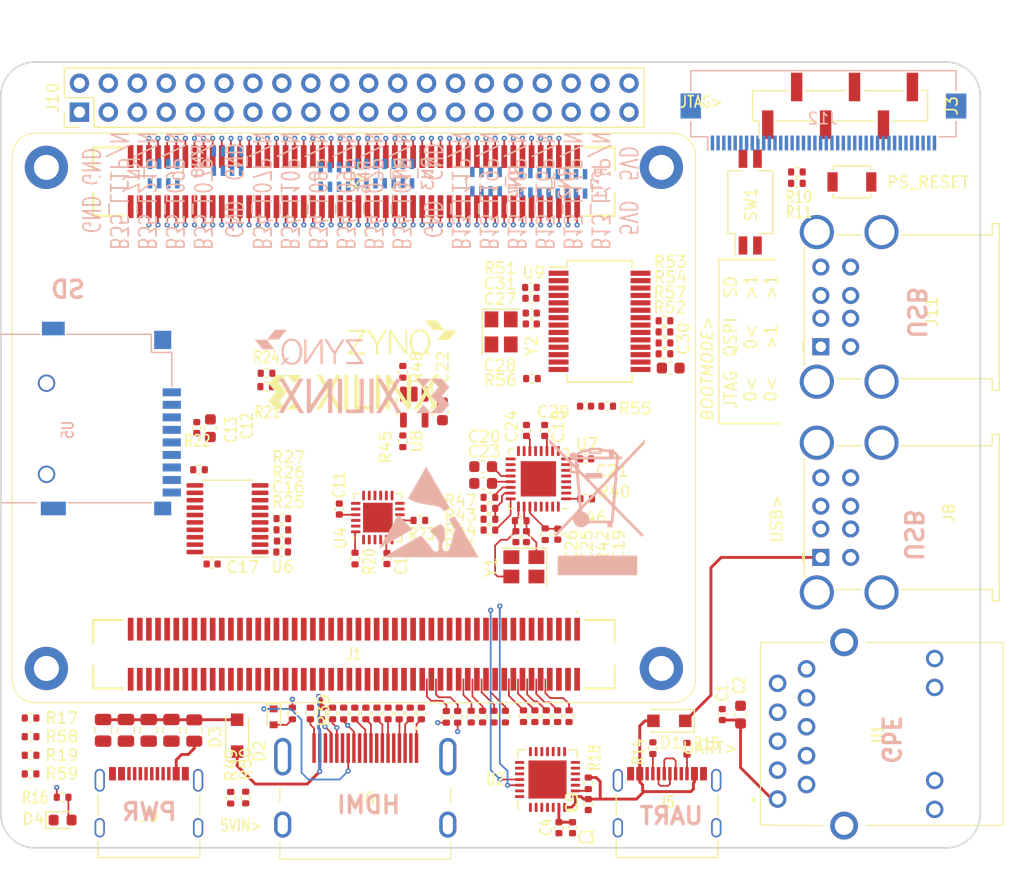
<source format=kicad_pcb>
(kicad_pcb (version 20211014) (generator pcbnew)
  (layers (0 "F.Cu" signal) (1 "In1.Cu" signal) (2 "In2.Cu" signal) (31 "B.Cu" signal) (34 "B.Paste" user) (35 "F.Paste" user) (36 "B.SilkS" user "B.Silkscreen") (37 "F.SilkS" user "F.Silkscreen") (38 "B.Mask" user) (39 "F.Mask" user) (44 "Edge.Cuts" user))
  (net 0 "")
  (net 1 "/VDD1V8D")
  (net 2 "/VDD3V3D")
  (net 3 "GND")
  (net 4 "/B35_L10P")
  (net 5 "/B35_L18P")
  (net 6 "/B35_L10N")
  (net 7 "/B35_L18N")
  (net 8 "/B35_L14P")
  (net 9 "/B35_L15P")
  (net 10 "/B35_L14N")
  (net 11 "/B35_L15N")
  (net 12 "/B35_L16P")
  (net 13 "/B35_L4P")
  (net 14 "/B35_L16N")
  (net 15 "/B35_L4N")
  (net 16 "/B35_L5P")
  (net 17 "/B35_L1P")
  (net 18 "/B35_L5N")
  (net 19 "/B35_L1N")
  (net 20 "/B35_L3P")
  (net 21 "/B35_L2P")
  (net 22 "/B35_L3N")
  (net 23 "/B35_L2N")
  (net 24 "/B35_L20P")
  (net 25 "/B35_L24P")
  (net 26 "/B35_L20N")
  (net 27 "/B35_L24N")
  (net 28 "/B35_L19P")
  (net 29 "/B35_L13P")
  (net 30 "/B35_L19N")
  (net 31 "/B35_L13N")
  (net 32 "/B35_IO25")
  (net 33 "/B35_L6P")
  (net 34 "/B35_IO0")
  (net 35 "/B35_L6N")
  (net 36 "/B1MIO45")
  (net 37 "/PHY0_P")
  (net 38 "/B1MIO44")
  (net 39 "/PHY0_N")
  (net 40 "/B1MIO43")
  (net 41 "/B1MIO42")
  (net 42 "/PHY1_P")
  (net 43 "/B1MIO41")
  (net 44 "/PHY1_N")
  (net 45 "/B1MIO40")
  (net 46 "/B1MIO39")
  (net 47 "/PHY2_P")
  (net 48 "/B1MIO38")
  (net 49 "/PHY2_N")
  (net 50 "/B1MIO37")
  (net 51 "/B1MIO36")
  (net 52 "/PHY3_P")
  (net 53 "/B1MIO35")
  (net 54 "/PHY3_N")
  (net 55 "/B1MIO34")
  (net 56 "/B1MIO33")
  (net 57 "/PHY_LED1")
  (net 58 "/B1MIO32")
  (net 59 "/PHY_LED0")
  (net 60 "/B1MIO31")
  (net 61 "/B1MIO30")
  (net 62 "/PS_POR_B")
  (net 63 "/B1MIO29")
  (net 64 "/FPGA_TDI")
  (net 65 "/B1MIO28")
  (net 66 "/FPGA_TCK")
  (net 67 "/FPGA_TMS")
  (net 68 "/B0MIO15")
  (net 69 "/FPGA_TDO")
  (net 70 "/B0MIO14")
  (net 71 "/B0MIO13")
  (net 72 "/B0MIO02")
  (net 73 "/B0MIO12")
  (net 74 "/B0MIO03")
  (net 75 "/B0MIO11")
  (net 76 "/B0MIO04")
  (net 77 "/B0MIO10")
  (net 78 "/B0MIO05")
  (net 79 "/B0MIO09")
  (net 80 "/B0MIO06")
  (net 81 "/VDD5VD")
  (net 82 "/B35_L22P")
  (net 83 "/B35_L22N")
  (net 84 "/B35_L11P")
  (net 85 "/B35_L17P")
  (net 86 "/B35_L11N")
  (net 87 "/B35_L17N")
  (net 88 "/B35_L21P")
  (net 89 "/B35_L23P")
  (net 90 "/B35_L21N")
  (net 91 "/B35_L23N")
  (net 92 "/B35_L9P")
  (net 93 "/B35_L12P")
  (net 94 "/B35_L9N")
  (net 95 "/B35_L12N")
  (net 96 "/B35_L7P")
  (net 97 "/B35_L8P")
  (net 98 "/B35_L7N")
  (net 99 "/B35_L8N")
  (net 100 "/B34_L12N")
  (net 101 "/B34_L14P")
  (net 102 "/B34_IO25")
  (net 103 "/B34_L14N")
  (net 104 "/B34_L15P")
  (net 105 "/B34_L13P")
  (net 106 "/B34_L15N")
  (net 107 "/B34_L13N")
  (net 108 "/B34_L24P")
  (net 109 "/B34_L23P")
  (net 110 "/B34_L24N")
  (net 111 "/B34_L23N")
  (net 112 "/B34_L19P")
  (net 113 "/B34_L6P")
  (net 114 "/B34_L19N")
  (net 115 "/B34_L6N")
  (net 116 "/B34_L16P")
  (net 117 "/B34_L20P")
  (net 118 "/B34_L16N")
  (net 119 "/B34_L20N")
  (net 120 "/B34_L17P")
  (net 121 "/B34_L22P")
  (net 122 "/B34_L17N")
  (net 123 "/B34_L22N")
  (net 124 "/B34_L7P")
  (net 125 "/B34_L18P")
  (net 126 "/B34_L7N")
  (net 127 "/B34_L18N")
  (net 128 "/B34_L10P")
  (net 129 "/B34_L21P")
  (net 130 "/B34_L10N")
  (net 131 "/B34_L21N")
  (net 132 "/B34_L8P")
  (net 133 "/B34_L11P")
  (net 134 "/B34_L8N")
  (net 135 "/B34_L11N")
  (net 136 "/B34_L9P")
  (net 137 "/B34_L5P")
  (net 138 "/B34_L9N")
  (net 139 "/B34_L5N")
  (net 140 "/B34_L2P")
  (net 141 "/B34_L3P")
  (net 142 "/B34_L2N")
  (net 143 "/B34_L3N")
  (net 144 "/B34_L1P")
  (net 145 "/B34_L4P")
  (net 146 "/B34_L1N")
  (net 147 "/B34_L4N")
  (net 148 "/B13_L11P")
  (net 149 "/B13_L12P")
  (net 150 "/B13_L11N")
  (net 151 "/B13_L12N")
  (net 152 "/B13_L19P")
  (net 153 "/B13_L20P")
  (net 154 "/B13_L19N")
  (net 155 "/B13_L20N")
  (net 156 "/B13_L18P")
  (net 157 "/B13_L21P")
  (net 158 "/B13_L18N")
  (net 159 "/B13_L21N")
  (net 160 "/B13_L16P")
  (net 161 "/B13_L17P")
  (net 162 "/B13_L16N")
  (net 163 "/B13_L17N")
  (net 164 "/B13_L14P")
  (net 165 "/B13_L15P")
  (net 166 "/B13_L14N")
  (net 167 "/B13_L15N")
  (net 168 "/B13_L13P")
  (net 169 "/B13_L22P")
  (net 170 "/B13_L13N")
  (net 171 "/B13_L22N")
  (net 172 "/B13_L06N")
  (net 173 "Net-(C1-Pad1)")
  (net 174 "Net-(J10-Pad38)")
  (net 175 "/usb_to_uart/VCC3V")
  (net 176 "Net-(R10-Pad1)")
  (net 177 "Net-(R11-Pad1)")
  (net 178 "Net-(C3-Pad1)")
  (net 179 "/usb_to_uart/ZCC1")
  (net 180 "/usb_to_uart/ZCC2")
  (net 181 "Net-(J5-PadA6)")
  (net 182 "Net-(J5-PadA7)")
  (net 184 "Net-(R1-Pad1)")
  (net 205 "Net-(R2-Pad1)")
  (net 206 "Net-(R20-Pad2)")
  (net 207 "Net-(R22-Pad2)")
  (net 208 "Net-(R23-Pad2)")
  (net 209 "/sd/CMD")
  (net 216 "Net-(U4-Pad16)")
  (net 217 "Net-(U4-Pad18)")
  (net 218 "/sd/CLK")
  (net 219 "Net-(U4-Pad22)")
  (net 220 "Net-(U4-Pad23)")
  (net 221 "Net-(D2-Pad2)")
  (net 222 "/hdmi/HDMI5VD")
  (net 223 "/hdmi/HDMI_SCL_E")
  (net 225 "/hdmi/HDMI_SDA_E")
  (net 226 "/hdmi/HDMI_HPD_E")
  (net 227 "Net-(C20-Pad1)")
  (net 228 "Net-(C25-Pad1)")
  (net 229 "Net-(C26-Pad1)")
  (net 230 "Net-(C27-Pad1)")
  (net 231 "Net-(C28-Pad1)")
  (net 232 "Net-(C29-Pad2)")
  (net 233 "/usb/HUB3V3")
  (net 234 "/usb/USB5VIN")
  (net 235 "/usb/S_DM")
  (net 236 "/usb/S_DP")
  (net 237 "/usb/USB_DM")
  (net 238 "/usb/USB_DP")
  (net 239 "/usb/H_DM")
  (net 240 "/usb/H_DP")
  (net 241 "/usb/H_DM1")
  (net 242 "/usb/H_DP1")
  (net 243 "Net-(J9-PadA5)")
  (net 245 "Net-(J9-PadB5)")
  (net 257 "/usb/H_DM3")
  (net 258 "/usb/H_DP3")
  (net 259 "/usb/H_DM2")
  (net 260 "/usb/H_DP2")
  (net 261 "/usb/H_DM4")
  (net 262 "/usb/H_DP4")
  (net 263 "Net-(R40-Pad2)")
  (net 264 "Net-(R41-Pad2)")
  (net 265 "/usb/USB_ID")
  (net 266 "/usb/VBUS_EN")
  (net 267 "/usb/USB_VBUS")
  (net 271 "Net-(D4-Pad2)")
  (net 272 "Net-(J3-Pad2)")
  (net 273 "Net-(J3-Pad3)")
  (net 274 "Net-(J3-Pad4)")
  (net 275 "Net-(J3-Pad5)")
  (net 276 "/USB_5V")
  (net 321 "Net-(R57-Pad1)")
  (net 322 "Net-(R53-Pad2)")
  (net 323 "Net-(R52-Pad2)")
  (net 324 "Net-(R51-Pad2)")
  (net 325 "Net-(R48-Pad1)")
  (net 326 "Net-(R18-Pad1)")
  (net 327 "Net-(J10-Pad37)")
  (net 328 "Net-(J10-Pad36)")
  (net 329 "Net-(J10-Pad35)")
  (net 330 "Net-(J10-Pad34)")
  (net 331 "Net-(J10-Pad33)")
  (net 332 "Net-(J10-Pad32)")
  (net 333 "Net-(J10-Pad31)")
  (net 334 "Net-(J10-Pad30)")
  (net 335 "Net-(J10-Pad29)")
  (net 336 "Net-(J10-Pad28)")
  (net 337 "Net-(J10-Pad27)")
  (net 338 "Net-(J10-Pad24)")
  (net 339 "Net-(J10-Pad23)")
  (net 340 "Net-(J10-Pad22)")
  (net 341 "Net-(J10-Pad21)")
  (net 342 "Net-(J10-Pad20)")
  (net 343 "Net-(J10-Pad19)")
  (net 344 "Net-(J10-Pad18)")
  (net 345 "Net-(J10-Pad17)")
  (net 346 "Net-(J10-Pad16)")
  (net 347 "Net-(J10-Pad15)")
  (net 348 "Net-(J10-Pad14)")
  (net 349 "Net-(J10-Pad13)")
  (net 350 "Net-(J10-Pad10)")
  (net 351 "Net-(J10-Pad9)")
  (net 352 "Net-(J10-Pad8)")
  (net 353 "Net-(J10-Pad7)")
  (net 354 "Net-(J10-Pad6)")
  (net 355 "Net-(J10-Pad5)")
  (net 356 "Net-(J10-Pad4)")
  (net 357 "Net-(J10-Pad3)")
  (footprint "Resistor_SMD:R_0402_1005Metric" (layer "F.Cu") (at 109.11 108.5 90)
    (fp_text reference "R1" hide)
    (fp_text value "330R")
  )
  (footprint "Resistor_SMD:R_0402_1005Metric" (layer "F.Cu") (at 100.1 108.2 -90)
    (fp_text reference "R38" hide)
    (fp_text value "49.9R")
  )
  (footprint "Resistor_SMD:R_0402_1005Metric" (layer "F.Cu") (at 90.18 115.6 90)
    (fp_text reference "R49")
    (fp_text value "5.1K")
  )
  (footprint "Resistor_SMD:R_0402_1005Metric" (layer "F.Cu") (at 112.3 108.48 90)
    (fp_text reference "R7" hide)
    (fp_text value "33R")
  )
  (footprint "Resistor_SMD:R_0402_1005Metric" (layer "F.Cu") (at 123.24 81.22 180)
    (fp_text reference "R55")
    (fp_text value "10K")
  )
  (footprint "Capacitor_SMD:C_0402_1005Metric" (layer "F.Cu") (at 116.545 71.745)
    (fp_text reference "C31")
    (fp_text value "104")
  )
  (footprint "Diode_SMD:D_SOD-123F" (layer "F.Cu") (at 128.7 108.85 180)
    (fp_text reference "D1")
    (fp_text value "SS34")
  )
  (footprint "Resistor_SMD:R_0402_1005Metric" (layer "F.Cu") (at 101.075 108.2 -90)
    (fp_text reference "R37" hide)
    (fp_text value "49.9R")
  )
  (footprint "MountingHole:MountingHole_2.2mm_M2_DIN965_Pad" (layer "F.Cu") (at 128 104.25 180)
    (fp_text reference "H3" hide)
    (fp_text value "M2_Pad")
  )
  (footprint "zynq7000_mb:USB_C_Receptacle_Palconn_UTC16-G" (layer "F.Cu") (at 128.5 116)
    (fp_text reference "J5")
    (fp_text value "USB_C_Receptacle_USB2.0")
  )
  (footprint "Resistor_SMD:R_0402_1005Metric" (layer "F.Cu") (at 111.3 108.48 90)
    (fp_text reference "R9" hide)
    (fp_text value "33R")
  )
  (footprint "Capacitor_SMD:C_0603_1608Metric" (layer "F.Cu") (at 112.35 88 180)
    (fp_text reference "C23")
    (fp_text value "475")
  )
  (footprint "Resistor_SMD:R_0402_1005Metric" (layer "F.Cu") (at 128.27 74.695 180)
    (fp_text reference "R54")
    (fp_text value "20K")
  )
  (footprint "Resistor_SMD:R_0402_1005Metric" (layer "F.Cu") (at 119.89 108.44 -90)
    (fp_text reference "R3" hide)
    (fp_text value "20K")
  )
  (footprint "Resistor_SMD:R_0402_1005Metric" (layer "F.Cu") (at 116.89 108.44 -90)
    (fp_text reference "R5" hide)
    (fp_text value "20K")
  )
  (footprint "Resistor_SMD:R_0402_1005Metric" (layer "F.Cu") (at 116.635 78.795)
    (fp_text reference "R56")
    (fp_text value "47K")
  )
  (footprint "Package_DFN_QFN:QFN-24-1EP_4x4mm_P0.5mm_EP2.6x2.6mm" (layer "F.Cu") (at 103.1 91 90)
    (fp_text reference "U4")
    (fp_text value "TXS02612RTWR")
  )
  (footprint "Resistor_SMD:R_0402_1005Metric" (layer "F.Cu") (at 121.4 89.35 180)
    (fp_text reference "R40")
    (fp_text value "33R")
  )
  (footprint "Resistor_SMD:R_0402_1005Metric" (layer "F.Cu") (at 139.9 60.65 180)
    (fp_text reference "R10")
    (fp_text value "10K")
  )
  (footprint "Package_SO:SSOP-28_5.3x10.2mm_P0.65mm" (layer "F.Cu") (at 122.57 73.77)
    (fp_text reference "U9")
    (fp_text value "GL850G")
  )
  (footprint "Capacitor_SMD:C_0402_1005Metric" (layer "F.Cu") (at 121.58 116.2 -90)
    (fp_text reference "C3")
    (fp_text value "104")
  )
  (footprint "Resistor_SMD:R_0402_1005Metric" (layer "F.Cu") (at 115.89 108.44 -90)
    (fp_text reference "R4" hide)
    (fp_text value "20K")
  )
  (footprint "Package_DFN_QFN:QFN-28-1EP_5x5mm_P0.5mm_EP3.35x3.35mm" (layer "F.Cu") (at 118 114 90)
    (fp_text reference "U2")
    (fp_text value "CP2102N-A01-GQFN28")
  )
  (footprint "Capacitor_SMD:C_0603_1608Metric" (layer "F.Cu") (at 108.775 81.675 -90)
    (fp_text reference "C22")
    (fp_text value "106")
  )
  (footprint "Resistor_SMD:R_0402_1005Metric" (layer "F.Cu") (at 117.89 108.44 90)
    (fp_text reference "R12" hide)
    (fp_text value "20K")
  )
  (footprint "Connector_PinHeader_2.54mm:PinHeader_2x20_P2.54mm_Vertical" (layer "F.Cu") (at 76.9 55.4 90)
    (fp_text reference "J10")
    (fp_text value "Conn_02x20_Odd_Even")
  )
  (footprint "Resistor_SMD:R_0402_1005Metric" (layer "F.Cu") (at 104 108.2 -90)
    (fp_text reference "R34" hide)
    (fp_text value "49.9R")
  )
  (footprint "Capacitor_SMD:C_0402_1005Metric" (layer "F.Cu") (at 116.575 73.995 180)
    (fp_text reference "C28")
    (fp_text value "18pF")
  )
  (footprint "MountingHole:MountingHole_2.2mm_M2_DIN965_Pad" (layer "F.Cu") (at 74 60.25 180)
    (fp_text reference "H2" hide)
    (fp_text value "M2_Pad")
  )
  (footprint "Resistor_SMD:R_0402_1005Metric" (layer "F.Cu") (at 128.27 75.67)
    (fp_text reference "R57")
    (fp_text value "100K")
  )
  (footprint "Resistor_SMD:R_0402_1005Metric" (layer "F.Cu") (at 112.9 89.225)
    (fp_text reference "R47")
    (fp_text value "1K")
  )
  (footprint "Resistor_SMD:R_0402_1005Metric" (layer "F.Cu") (at 103.025 108.2 -90)
    (fp_text reference "R35" hide)
    (fp_text value "49.9R")
  )
  (footprint "Crystal:Crystal_SMD_3225-4Pin_3.2x2.5mm" (layer "F.Cu") (at 113.925 74.695 -90)
    (fp_text reference "Y2")
    (fp_text value "12Mhz")
  )
  (footprint "Resistor_SMD:R_0402_1005Metric" (layer "F.Cu") (at 97.175 108.2 -90)
    (fp_text reference "R30" hide)
    (fp_text value "100K")
  )
  (footprint "Resistor_SMD:R_0402_1005Metric" (layer "F.Cu") (at 112.9 91.15 180)
    (fp_text reference "R44")
    (fp_text value "10K")
  )
  (footprint "Capacitor_SMD:C_0603_1608Metric" (layer "F.Cu") (at 128.82 77.87)
    (fp_text reference "C30")
    (fp_text value "106")
  )
  (footprint "Resistor_SMD:R_0402_1005Metric" (layer "F.Cu") (at 94.7 94.025)
    (fp_text reference "R25")
    (fp_text value "2.2K")
  )
  (footprint "Resistor_SMD:R_0402_1005Metric" (layer "F.Cu") (at 99.125 108.2 -90)
    (fp_text reference "R28" hide)
    (fp_text value "2.2K")
  )
  (footprint "Resistor_SMD:R_0402_1005Metric" (layer "F.Cu") (at 102.05 108.2 -90)
    (fp_text reference "R36" hide)
    (fp_text value "49.9R")
  )
  (footprint "Capacitor_SMD:C_0402_1005Metric" (layer "F.Cu") (at 117.75 83.35 90)
    (fp_text reference "C18")
    (fp_text value "104")
  )
  (footprint "Capacitor_SMD:C_0402_1005Metric" (layer "F.Cu") (at 115.225 92.675 -90)
    (fp_text reference "C26")
    (fp_text value "18pF")
  )
  (footprint "Capacitor_SMD:C_0603_1608Metric" (layer "F.Cu") (at 88.4 83.15 -90)
    (fp_text reference "C12")
    (fp_text value "106")
  )
  (footprint "Resistor_SMD:R_0402_1005Metric" (layer "F.Cu") (at 105.95 108.2 -90)
    (fp_text reference "R32" hide)
    (fp_text value "49.9R")
  )
  (footprint "Capacitor_SMD:C_0402_1005Metric" (layer "F.Cu") (at 94.73 93.06)
    (fp_text reference "C16")
    (fp_text value "104")
  )
  (footprint "MountingHole:MountingHole_2.2mm_M2_DIN965_Pad" (layer "F.Cu") (at 74 104.25 180)
    (fp_text reference "H4" hide)
    (fp_text value "M2_Pad")
  )
  (footprint "zynq7000_mb:51779844" (layer "F.Cu") (at 101 61.5 180)
    (fp_text reference "J2")
    (fp_text value "Conn_02x50_Odd_Even" hide)
  )
  (footprint "Diode_SMD:D_SOD-123F" (layer "F.Cu") (at 90.75 110.15 90)
    (fp_text reference "D3")
    (fp_text value "SS34")
  )
  (footprint "Resistor_SMD:R_0402_1005Metric" (layer "F.Cu") (at 75.4225 115.56 180)
    (fp_text reference "R16")
    (fp_text value "4.7K")
  )
  (footprint "Crystal:Crystal_SMD_3225-4Pin_3.2x2.5mm" (layer "F.Cu") (at 115.925 95.325 180)
    (fp_text reference "Y1")
    (fp_text value "24Mhz")
  )
  (footprint "Capacitor_SMD:C_0402_1005Metric" (layer "F.Cu") (at 133.35 108.3 90)
    (fp_text reference "C1")
    (fp_text value "104")
  )
  (footprint "Capacitor_SMD:C_0402_1005Metric" (layer "F.Cu") (at 121.34 81.22)
    (fp_text reference "C29")
    (fp_text value "104")
  )
  (footprint "Resistor_SMD:R_0402_1005Metric" (layer "F.Cu") (at 114.3 108.48 90)
    (fp_text reference "R8" hide)
    (fp_text value "33R")
  )
  (footprint "Resistor_SMD:R_0402_1005Metric" (layer "F.Cu") (at 98.15 108.2 -90)
    (fp_text reference "R29" hide)
    (fp_text value "2.2K")
  )
  (footprint "zynq7000_mb:51779844" (layer "F.Cu") (at 101 103 180)
    (fp_text reference "J1")
    (fp_text value "Conn_02x50_Odd_Even" hide)
  )
  (footprint "Button_Switch_SMD:SW_SPST_B3U-1000P" (layer "F.Cu") (at 144.73 61.53 180)
    (fp_text reference "SW2" hide)
    (fp_text value "SW_DIP_x01")
  )
  (footprint "Capacitor_SMD:C_0805_2012Metric" (layer "F.Cu") (at 78.98 109.68 -90)
    (fp_text reference "C7" hide)
    (fp_text value "106")
  )
  (footprint "Package_TO_SOT_SMD:SOT-23-5" (layer "F.Cu") (at 106.3 81.3 -90)
    (fp_text reference "U8")
    (fp_text value "TPS2051BDBV")
  )
  (footprint "Capacitor_SMD:C_0402_1005Metric" (layer "F.Cu") (at 88.55 95.075 180)
    (fp_text reference "C17")
    (fp_text value "104")
  )
  (footprint "Resistor_SMD:R_0402_1005Metric" (layer "F.Cu") (at 130.25 111.3 -90)
    (fp_text reference "R15")
    (fp_text value "5.1K")
  )
  (footprint "Button_Switch_SMD:SW_DIP_SPSTx02_Slide_Copal_CHS-02B_W7.62mm_P1.27mm" (layer "F.Cu") (at 135.8 63.3 90)
    (property "Reference" "SW5")
    (property "Value" "SW_DIP_x02")
    (fp_text reference "SW1")
    (fp_text value "SW_DIP_x02")
  )
  (footprint "Capacitor_SMD:C_0402_1005Metric" (layer "F.Cu") (at 116.15 83.35 90)
    (fp_text reference "C24")
    (fp_text value "104")
  )
  (footprint "Resistor_SMD:R_0402_1005Metric" (layer "F.Cu") (at 128.27 73.72 180)
    (fp_text reference "R53")
    (fp_text value "10K")
  )
  (footprint "Capacitor_SMD:C_0603_1608Metric" (layer "F.Cu") (at 134.95 108.3 90)
    (fp_text reference "C2")
    (fp_text value "106")
  )
  (footprint "Capacitor_SMD:C_0402_1005Metric" (layer "F.Cu") (at 116.15 92.675 -90)
    (fp_text reference "C25")
    (fp_text value "18pF")
  )
  (footprint "zynq7000_mb:HR911130A" (layer "F.Cu") (at 147 110 -90)
    (fp_text reference "U1")
    (fp_text value "HR911130A" hide)
  )
  (footprint "Resistor_SMD:R_0402_1005Metric" (layer "F.Cu") (at 95.6 108.2 -90)
    (fp_text reference "R39")
    (fp_text value "27K")
  )
  (footprint "Capacitor_SMD:C_0402_1005Metric" (layer "F.Cu") (at 99.72 90.25 -90)
    (fp_text reference "C11")
    (fp_text value "104")
  )
  (footprint "Capacitor_SMD:C_0402_1005Metric" (layer "F.Cu") (at 119 118.23 -90)
    (fp_text reference "C4")
    (fp_text value "104")
  )
  (footprint "Resistor_SMD:R_0402_1005Metric" (layer "F.Cu") (at 121.58 114.335 90)
    (fp_text reference "R18")
    (fp_text value "4.7K")
  )
  (footprint "zynq7000_mb:LOGO_Z" (layer "F.Cu") (at 105.25 76.05)
    (fp_text reference "SYME5" hide)
    (fp_text value "SYM_Arrow45_Large" hide)
  )
  (footprint "Capacitor_SMD:C_0402_1005Metric" (layer "F.Cu") (at 103.9 94.6 90)
    (fp_text reference "C10")
    (fp_text value "104")
  )
  (footprint "Resistor_SMD:R_0402_1005Metric" (layer "F.Cu") (at 112.9 90.19 180)
    (fp_text reference "R43")
    (fp_text value "1K")
  )
  (footprint "Resistor_SMD:R_0402_1005Metric" (layer "F.Cu") (at 116.545 70.795)
    (fp_text reference "R51")
    (fp_text value "680R")
  )
  (footprint "Package_DFN_QFN:QFN-32-1EP_5x5mm_P0.5mm_EP3.1x3.1mm" (layer "F.Cu") (at 117.2 87.6 180)
    (fp_text reference "U7")
    (fp_text value "USB3320")
  )
  (footprint "Diode_SMD:D_SOD-523" (layer "F.Cu") (at 93.95 108.5 -90)
    (fp_text reference "D2")
    (fp_text value "BAS16XV2T1G")
  )
  (footprint "Resistor_SMD:R_0402_1005Metric" (layer "F.Cu") (at 106.925 108.2 -90)
    (fp_text reference "R31" hide)
    (fp_text value "49.9R")
  )
  (footprint "Resistor_SMD:R_0402_1005Metric" (layer "F.Cu") (at 93.33 78.3275)
    (fp_text reference "R24")
    (fp_text value "4.7K")
  )
  (footprint "Resistor_SMD:R_0402_1005Metric" (layer "F.Cu") (at 115.65 91.275)
    (fp_text reference "R46")
    (fp_text value "1M")
  )
  (footprint "Resistor_SMD:R_0402_1005Metric" (layer "F.Cu") (at 91.5 115.58 90)
    (fp_text reference "R50")
    (fp_text value "5.1K")
  )
  (footprint "Fuse:Fuse_0805_2012Metric" (layer "F.Cu") (at 86.98 109.7 90)
    (property "Reference" "F1")
    (property "Value" "Fuse_Small")
    (fp_text reference "F1" hide)
    (fp_text value "Fuse_Small")
  )
  (footprint "Resistor_SMD:R_0402_1005Metric" (layer "F.Cu") (at 93.3 79.5)
    (fp_text reference "R21")
    (fp_text value "10K")
  )
  (footprint "Capacitor_SMD:C_0402_1005Metric" (layer "F.Cu") (at 116.575 73.045 180)
    (fp_text reference "C27")
    (fp_text value "18pF")
  )
  (footprint "Connector_PinHeader_2.54mm:PinHeader_1x06_P2.54mm_Vertical_SMD_Pin1Left" (layer "F.Cu") (at 143.69 54.845 90)
    (fp_text reference "J3")
    (fp_text value "ZYNQ_JTAG")
  )
  (footprint "Resistor_SMD:R_0402_1005Metric" (layer "F.Cu") (at 106.75 91.25 180)
    (fp_text reference "R23")
    (fp_text value "33R")
  )
  (footprint "Resistor_SMD:R_0402_1005Metric" (layer "F.Cu") (at 87.4 86.8 180)
    (fp_text reference "R22")
    (fp_text value "330R")
  )
  (footprint "Resistor_SMD:R_0402_1005Metric" (layer "F.Cu") (at 128.27 76.62 180)
    (fp_text reference "R52")
    (fp_text value "510K")
  )
  (footprint "Resistor_SMD:R_0402_1005Metric" (layer "F.Cu") (at 112.9 92.1)
    (fp_text reference "R41")
    (fp_text value "8K06")
  )
  (footprint "Resistor_SMD:R_0402_1005Metric" (layer "F.Cu") (at 72.61 110.236666)
    (fp_text reference "R58")
    (fp_text value "0Ω")
  )
  (footprint "zynq7000_mb:LOGO_X" (layer "F.Cu") (at 101 80)
    (fp_text reference "SYME4" hide)
    (fp_text value "SYM_Arrow45_Large" hide)
  )
  (footprint "Resistor_SMD:R_0402_1005Metric" (layer "F.Cu") (at 118.89 108.44 90)
    (fp_text reference "R13" hide)
    (fp_text value "20K")
  )
  (footprint "Resistor_SMD:R_0402_1005Metric" (layer "F.Cu") (at 127.25 111.25 -90)
    (fp_text reference "R14")
    (fp_text value "5.1K")
  )
  (footprint "Capacitor_SMD:C_0402_1005Metric" (layer "F.Cu") (at 118.9 92.46 -90)
    (fp_text reference "C19")
    (fp_text value "104")
  )
  (footprint "zynq7000_mb:HDMI-A_2086581001" (layer "F.Cu") (at 102 112)
    (fp_text reference "J6")
    (fp_text value "HDMI_A" hide)
  )
  (footprint "Resistor_SMD:R_0402_1005Metric" (layer "F.Cu") (at 72.61 113.51)
    (fp_text reference "R59")
    (fp_text value "0Ω")
  )
  (footprint "Capacitor_SMD:C_0402_1005Metric" (layer "F.Cu") (at 121.35 85.85)
    (fp_text reference "C21")
    (fp_text value "104")
  )
  (footprint "Resistor_SMD:R_0402_1005Metric" (layer "F.Cu") (at 101.1 94.6 90)
    (fp_text reference "R20")
    (fp_text value "4.7K")
  )
  (footprint "Resistor_SMD:R_0402_1005Metric" (layer "F.Cu") (at 110.11 108.5 90)
    (fp_text reference "R2" hide)
    (fp_text value "330R")
  )
  (footprint "Capacitor_SMD:C_0805_2012Metric" (layer "F.Cu") (at 82.98 109.68 -90)
    (property "Reference" "C6")
    (property "Value" "106")
    (fp_text reference "C8" hide)
    (fp_text value "106")
  )
  (footprint "Resistor_SMD:R_0402_1005Metric" (layer "F.Cu") (at 105.3 84.3 90)
    (fp_text reference "R45")
    (fp_text value "10K")
  )
  (footprint "Resistor_SMD:R_0402_1005Metric" (layer "F.Cu") (at 72.61 108.6)
    (fp_text reference "R17")
    (fp_text value "0Ω")
  )
  (footprint "Connector_USB:USB_A_Wuerth_61400826021_Horizontal_Stacked" (layer "F.Cu") (at 142 94.5 90)
    (fp_text reference "J8")
    (fp_text value "USB_A_Stacked")
  )
  (footprint "Resistor_SMD:R_0402_1005Metric" (layer "F.Cu") (at 94.72 91.09)
    (fp_text reference "R27")
    (fp_text value "2.2K")
  )
  (footprint "zynq7000_mb:USB_C_Receptacle_Palconn_UTC16-G" (layer "F.Cu") (at 83 116)
    (fp_text reference "J9")
    (fp_text value "USB_C_Receptacle_USB2.0")
  )
  (footprint "Resistor_SMD:R_0402_1005Metric" (layer "F.Cu") (at 105.3 78.2 90)
    (fp_text reference "R48")
    (fp_text value "100K")
  )
  (footprint "LED_SMD:LED_0603_1608Metric" (layer "F.Cu") (at 75.4225 117.56)
    (property "Reference" "D1")
    (property "Value" "LED_Small")
    (fp_text reference "D4")
    (fp_text value "LED_Small")
  )
  (footprint "Resistor_SMD:R_0402_1005Metric" (layer "F.Cu") (at 139.9 61.65 180)
    (fp_text reference "R11")
    (fp_text value "10K")
  )
  (footprint "Connector_USB:USB_A_Wuerth_61400826021_Horizontal_Stacked" (layer "F.Cu") (at 142 76 90)
    (fp_text reference "J11")
    (fp_text value "USB_A_Stacked")
  )
  (footprint "Capacitor_SMD:C_0402_1005Metric" (layer "F.Cu") (at 120.2 118.23 -90)
    (fp_text reference "C9")
    (fp_text value "105")
  )
  (footprint "Resistor_SMD:R_0402_1005Metric" (layer "F.Cu") (at 113.3 108.48 90)
    (fp_text reference "R6" hide)
    (fp_text value "33R")
  )
  (footprint "Capacitor_SMD:C_0603_1608Metric" (layer "F.Cu") (at 112.35 86.525 180)
    (fp_text reference "C20")
    (fp_text value "475")
  )
  (footprint "Resistor_SMD:R_0402_1005Metric" (layer "F.Cu") (at 117.8 92.46 -90)
    (fp_text reference "R42")
    (fp_text value "1.5K")
  )
  (footprint "Package_SO:TSSOP-20_4.4x6.5mm_P0.65mm" (layer "F.Cu") (at 89.9 91.1 180)
    (fp_text reference "U6")
    (fp_text value "TXS0108EPWR")
  )
  (footprint "MountingHole:MountingHole_2.2mm_M2_DIN965_Pad" (layer "F.Cu") (at 128 60.25 180)
    (fp_text reference "H1" hide)
    (fp_text value "M2_Pad")
  )
  (footprint "Resistor_SMD:R_0402_1005Metric" (layer "F.Cu") (at 94.72 92.08)
    (fp_text reference "R26")
    (fp_text value "2.2K")
  )
  (footprint "Capacitor_SMD:C_0805_2012Metric" (layer "F.Cu") (at 80.98 109.68 -90)
    (fp_text reference "C6" hide)
    (fp_text value "106")
  )
  (footprint "Resistor_SMD:R_0402_1005Metric" (layer "F.Cu") (at 104.975 108.2 -90)
    (fp_text reference "R33" hide)
    (fp_text value "49.9R")
  )
  (footprint "Capacitor_SMD:C_0805_2012Metric" (layer "F.Cu") (at 84.98 109.68 -90)
    (fp_text reference "C5" hide)
    (fp_text value "106")
  )
  (footprint "Resistor_SMD:R_0402_1005Metric" (layer "F.Cu") (at 72.61 111.873332)
    (fp_text reference "R19")
    (fp_text value "0Ω")
  )
  (footprint "Capacitor_SMD:C_0402_1005Metric" (layer "F.Cu") (at 87.2 83.1 -90)
    (fp_text reference "C13")
    (fp_text value "104")
  )
  (footprint "zynq7000_mb:XKXFS-N02-XXT" (layer "B.Cu") (at 74.41 90 90)
    (fp_text reference "U5")
    (fp_text value "TF_Card")
  )
  (footprint "Symbol:ESD-Logo_8.9x8mm_SilkScreen" (layer "B.Cu") (at 107.558905 90.499146 180)
    (fp_text reference "SYME2" hide)
    (fp_text value "SYM_Arrow45_Large" hide)
  )
  (footprint "zynq7000_mb:LOGO_Z" (layer "B.Cu") (at 97.09 76.88 180)
    (fp_text reference "SYME1" hide)
    (fp_text value "SYM_Arrow45_Large" hide)
  )
  (footprint "Resistor_SMD:R_Array_Concave_4x0603" (layer "B.Cu") (at 99.3 61.1 90)
    (fp_text reference "RN6")
    (fp_text value "R_Pack04")
  )
  (footprint "Connector_FFC-FPC:Hirose_FH12-40S-0.5SH_1x40-1MP_P0.50mm_Horizontal" (layer "B.Cu") (at 142.23 56.26)
    (fp_text reference "J12")
    (fp_text value "Conn_01x40")
  )
  (footprint "Resistor_SMD:R_Array_Concave_4x0603" (layer "B.Cu") (at 89.9 59.7 -90)
    (fp_text reference "RN8")
    (fp_text value "R_Pack04")
  )
  (footprint "zynq7000_mb:LOGO_X" (layer "B.Cu") (at 101.89 80.33 180)
    (fp_text reference "SYME6" hide)
    (fp_text value "SYM_Arrow45_Large" hide)
  )
  (footprint "Resistor_SMD:R_Array_Concave_4x0603" (layer "B.Cu") (at 84.3 60.8 -90)
    (fp_text reference "RN7")
    (fp_text value "R_Pack04")
  )
  (footprint "Resistor_SMD:R_Array_Concave_4x0603" (layer "B.Cu") (at 120.1 61.7 90)
    (fp_text reference "RN1")
    (fp_text value "R_Pack04")
  )
  (footprint "Resistor_SMD:R_Array_Concave_4x0603" (layer "B.Cu") (at 116.9 61.6 90)
    (fp_text reference "RN2")
    (fp_text value "R_Pack04")
  )
  (footprint "Resistor_SMD:R_Array_Concave_4x0603" (layer "B.Cu") (at 102.5 60.8 90)
    (fp_text reference "RN5")
    (fp_text value "R_Pack04")
  )
  (footprint "Symbol:WEEE-Logo_8.4x12mm_SilkScreen" (layer "B.Cu") (at 122.36 90.08 180)
    (fp_text reference "SYME3" hide)
    (fp_text value "SYM_Arrow45_Large" hide)
  )
  (footprint "Resistor_SMD:R_Array_Concave_4x0603" (layer "B.Cu") (at 112.6 61.5 90)
    (fp_text reference "RN4")
    (fp_text value "R_Pack04")
  )
  (footprint "Resistor_SMD:R_Array_Concave_4x0603" (layer "B.Cu") (at 104.9 60.8 90)
    (fp_text reference "RN3")
    (fp_text value "R_Pack04")
  )
  (gr_line (start 133.04 68.35) (end 138.04 68.35) (layer "F.SilkS") (width 0.15))
  (gr_arc (start 73 107.25) (mid 71.585787 106.664214) (end 71 105.25) (layer "F.SilkS") (width 0.1))
  (gr_line (start 71 59.25) (end 71 105.25) (layer "F.SilkS") (width 0.1))
  (gr_arc (start 131 105.25) (mid 130.414214 106.664213) (end 129 107.25) (layer "F.SilkS") (width 0.1))
  (gr_line (start 129 57.25) (end 73 57.25) (layer "F.SilkS") (width 0.1))
  (gr_line (start 133.04 82.75) (end 133.04 68.35) (layer "F.SilkS") (width 0.15))
  (gr_line (start 133.04 82.75) (end 138.44 82.75) (layer "F.SilkS") (width 0.15))
  (gr_line (start 131 105.25) (end 131 59.25) (layer "F.SilkS") (width 0.1))
  (gr_line (start 73 107.25) (end 129 107.25) (layer "F.SilkS") (width 0.1))
  (gr_arc (start 129 57.25) (mid 130.414213 57.835786) (end 131 59.25) (layer "F.SilkS") (width 0.1))
  (gr_arc (start 71 59.25) (mid 71.585786 57.835787) (end 73 57.25) (layer "F.SilkS") (width 0.1))
  (gr_line (start 156 54) (end 156 117) (layer "Edge.Cuts") (width 0.15))
  (gr_arc (start 70 54) (mid 70.87868 51.87868) (end 73 51) (layer "Edge.Cuts") (width 0.15))
  (gr_line (start 153 51) (end 73 51) (layer "Edge.Cuts") (width 0.15))
  (gr_arc (start 73 120) (mid 70.87868 119.12132) (end 70 117) (layer "Edge.Cuts") (width 0.15))
  (gr_arc (start 156 117) (mid 155.12132 119.12132) (end 153 120) (layer "Edge.Cuts") (width 0.15))
  (gr_line (start 70 54) (end 70 117) (layer "Edge.Cuts") (width 0.15))
  (gr_arc (start 153 51) (mid 155.12132 51.87868) (end 156 54) (layer "Edge.Cuts") (width 0.15))
  (gr_line (start 73 120) (end 153 120) (layer "Edge.Cuts") (width 0.15))
  (gr_text "GbE" (at 148.15 110.5 270) (layer "B.SilkS") (effects (font (size 1.5 1.5) (thickness 0.3)) (justify mirror)))
  (gr_text "B35_L07P/N\nB35_L09P/N\nB35_L21P/N\nB35_L11P/N\nGND GND" (at 82.8 62.29 270) (layer "B.SilkS") (effects (font (size 1.524 1.1)) (justify mirror)))
  (gr_text "UART" (at 128.88 117.2) (layer "B.SilkS") (effects (font (size 1.5 1.5) (thickness 0.3)) (justify mirror)))
  (gr_text "USB" (at 150.4 73 270) (layer "B.SilkS") (effects (font (size 1.5 1.5) (thickness 0.3)) (justify mirror)))
  (gr_text "B34_L01P/N\nB34_L02P/N\nB34_L09P/N\nB34_L08P/N\nB34_L10P/N\nB34_L07P/N\nGND  GND" (at 97.8 62.29 270) (layer "B.SilkS") (effects (font (size 1.524 1.1)) (justify mirror)))
  (gr_text "SD" (at 75.89 70.97) (layer "B.SilkS") (effects (font (size 1.5 1.5) (thickness 0.3)) (justify mirror)))
  (gr_text "5VD  5VD\nB13_L13P/N\nB13_L14P/N\nB13_L16P/N\nB13_L18P/N\nB13_L19P/N\nB13_L11P/N\nGND  GND" (at 116.5 62.29 270) (layer "B.SilkS") (effects (font (size 1.524 1.1)) (justify mirror)))
  (gr_text "PWR" (at 83.04 116.84) (layer "B.SilkS") (effects (font (size 1.5 1.5) (thickness 0.3)) (justify mirror)))
  (gr_text "HDMI" (at 102.29 116.23) (layer "B.SilkS") (effects (font (size 1.5 1.5) (thickness 0.3)) (justify mirror)))
  (gr_text "USB" (at 150.14 92.54 270) (layer "B.SilkS") (effects (font (size 1.5 1.5) (thickness 0.3)) (justify mirror)))
  (gr_text "SD\n>1\n>1" (at 135.84 70.75 90) (layer "F.SilkS") (effects (font (size 1.1 1))))
  (gr_text "QSPI\n0<\n>1" (at 135.84 75.15 90) (layer "F.SilkS") (effects (font (size 1.1 1))))
  (gr_text "USB>" (at 138.11 91.11 90) (layer "F.SilkS") (effects (font (size 1 1))))
  (gr_text "JTAG>" (at 131.5 54.5) (layer "F.SilkS") (effects (font (size 1 0.8))))
  (gr_text "PS_RESET" (at 151.43 61.56) (layer "F.SilkS") (effects (font (size 1 1))))
  (gr_text "BOOTMODE>" (at 132.04 77.95 90) (layer "F.SilkS") (effects (font (size 1 1) (thickness 0.15) italic)))
  (gr_text "5VIN>" (at 91.09 118.05) (layer "F.SilkS") (effects (font (size 1 0.8))))
  (gr_text "JTAG\n0<\n0<" (at 135.84 79.75 90) (layer "F.SilkS") (effects (font (size 1.1 1))))
  (gr_text "UART>" (at 132.3 111.23) (layer "F.SilkS") (effects (font (size 1 1))))
  (segment (start 103.85 94.07) (end 103.9 94.12) (width 0.1524) (layer "F.Cu") (net 1))
  (segment (start 116.45 85.1625) (end 116.45 84.13) (width 0.1524) (layer "F.Cu") (net 1))
  (segment (start 120.87 85.85) (end 119.6375 85.85) (width 0.1524) (layer "F.Cu") (net 1))
  (segment (start 116.45 84.13) (end 116.15 83.83) (width 0.1524) (layer "F.Cu") (net 1))
  (segment (start 103.85 92.9375) (end 103.85 94.07) (width 0.1524) (layer "F.Cu") (net 1))
  (segment (start 117.95 84.03) (end 117.95 85.1625) (width 0.1524) (layer "F.Cu") (net 1))
  (segment (start 117.75 83.83) (end 117.95 84.03) (width 0.1524) (layer "F.Cu") (net 1))
  (segment (start 99.74 90.75) (end 99.72 90.73) (width 0.1524) (layer "F.Cu") (net 2))
  (segment (start 113.275 87.85) (end 113.125 88) (width 0.1524) (layer "F.Cu") (net 2))
  (segment (start 114.7625 87.85) (end 113.275 87.85) (width 0.1524) (layer "F.Cu") (net 2))
  (segment (start 101.1625 90.75) (end 99.74 90.75) (width 0.1524) (layer "F.Cu") (net 2))
  (segment (start 95.6 107.69) (end 95.6 106.95) (width 0.1524) (layer "F.Cu") (net 2))
  (via (at 95.6 106.95) (size 0.45) (drill 0.2) (layers "F.Cu" "B.Cu") (net 2))
  (segment (start 89.4 63.7) (end 89.4 65.3) (width 0.1524) (layer "F.Cu") (net 3))
  (segment (start 109.4 63.7) (end 109.4 65.3) (width 0.1524) (layer "F.Cu") (net 3))
  (segment (start 89.4 59.3) (end 89.4 57.7) (width 0.1524) (layer "F.Cu") (net 3))
  (segment (start 120.6 63.7) (end 120.6 65.3) (width 0.1524) (layer "F.Cu") (net 3))
  (segment (start 109.4 59.3) (end 109.4 57.7) (width 0.1524) (layer "F.Cu") (net 3))
  (via (at 109.4 57.7) (size 0.45) (drill 0.2) (layers "F.Cu" "B.Cu") (net 3))
  (via (at 89.4 57.7) (size 0.45) (drill 0.2) (layers "F.Cu" "B.Cu") (net 3))
  (via (at 109.4 65.3) (size 0.45) (drill 0.2) (layers "F.Cu" "B.Cu") (net 3))
  (via (at 89.4 65.3) (size 0.45) (drill 0.2) (layers "F.Cu" "B.Cu") (net 3))
  (via (at 120.6 65.3) (size 0.45) (drill 0.2) (layers "F.Cu" "B.Cu") (net 3))
  (segment (start 106.5 109.135) (end 106.5 111.24) (width 0.1524) (layer "F.Cu") (net 4))
  (segment (start 106.925 108.71) (end 106.5 109.135) (width 0.1524) (layer "F.Cu") (net 4))
  (segment (start 105.5 109.16) (end 105.5 111.24) (width 0.1524) (layer "F.Cu") (net 6))
  (segment (start 105.95 108.71) (end 105.5 109.16) (width 0.1524) (layer "F.Cu") (net 6))
  (segment (start 105 108.735) (end 105 111.24) (width 0.1524) (layer "F.Cu") (net 8))
  (segment (start 104.975 108.71) (end 105 108.735) (width 0.1524) (layer "F.Cu") (net 8))
  (segment (start 104.975 108.56) (end 104.975 108.71) (width 0.1524) (layer "F.Cu") (net 8))
  (segment (start 104 108.71) (end 104 111.24) (width 0.1524) (layer "F.Cu") (net 10))
  (segment (start 103.5 109.185) (end 103.5 111.24) (width 0.1524) (layer "F.Cu") (net 12))
  (segment (start 103.025 108.71) (end 103.5 109.185) (width 0.1524) (layer "F.Cu") (net 12))
  (segment (start 102.5 109.16) (end 102.05 108.71) (width 0.1524) (layer "F.Cu") (net 14))
  (segment (start 102.5 111.24) (end 102.5 109.16) (width 0.1524) (layer "F.Cu") (net 14))
  (segment (start 102 109.635) (end 101.075 108.71) (width 0.1524) (layer "F.Cu") (net 16))
  (segment (start 102 111.24) (end 102 109.635) (width 0.1524) (layer "F.Cu") (net 16))
  (segment (start 100.1 108.9) (end 100.1 108.71) (width 0.1524) (layer "F.Cu") (net 18))
  (segment (start 100.45 109.25) (end 100.1 108.9) (width 0.1524) (layer "F.Cu") (net 18))
  (segment (start 100.45 109.25) (end 101 109.8) (width 0.1524) (layer "F.Cu") (net 18))
  (segment (start 101 109.8) (end 101 111.24) (width 0.1524) (layer "F.Cu") (net 18))
  (via (at 100.45 109.25) (size 0.45) (drill 0.2) (layers "F.Cu" "B.Cu") (net 18))
  (segment (start 100.5 111.24) (end 100.5 113.25) (width 0.1524) (layer "F.Cu") (net 20))
  (segment (start 93.1 107.8) (end 93.95 107.8) (width 0.1524) (layer "F.Cu") (net 20))
  (via (at 100.5 113.25) (size 0.45) (drill 0.2) (layers "F.Cu" "B.Cu") (net 20))
  (via (at 93.1 107.8) (size 0.45) (drill 0.2) (layers "F.Cu" "B.Cu") (net 20))
  (segment (start 95.45 107.8) (end 96.4 108.75) (width 0.1524) (layer "B.Cu") (net 20))
  (segment (start 96.4 108.75) (end 96.4 113.4) (width 0.1524) (layer "B.Cu") (net 20))
  (segment (start 97 114) (end 99.75 114) (width 0.1524) (layer "B.Cu") (net 20))
  (segment (start 99.75 114) (end 100.5 113.25) (width 0.1524) (layer "B.Cu") (net 20))
  (segment (start 93.1 107.8) (end 95.45 107.8) (width 0.1524) (layer "B.Cu") (net 20))
  (segment (start 96.4 113.4) (end 97 114) (width 0.1524) (layer "B.Cu") (net 20))
  (segment (start 107.77432 107.08432) (end 107.41 106.72) (width 0.1524) (layer "F.Cu") (net 57))
  (segment (start 109.13 107.47) (end 108.74432 107.08432) (width 0.1524) (layer "F.Cu") (net 57))
  (segment (start 109.13 108.17) (end 109.13 107.47) (width 0.1524) (layer "F.Cu") (net 57))
  (segment (start 107.41 106.72) (end 107.41 105.2) (width 0.1524) (layer "F.Cu") (net 57))
  (segment (start 108.74432 107.08432) (end 107.77432 107.08432) (width 0.1524) (layer "F.Cu") (net 57))
  (segment (start 108.46 106.78) (end 108.21 106.53) (width 0.1524) (layer "F.Cu") (net 59))
  (segment (start 109.47 106.78) (end 108.46 106.78) (width 0.1524) (layer "F.Cu") (net 59))
  (segment (start 110.13 108.17) (end 110.13 107.44) (width 0.1524) (layer "F.Cu") (net 59))
  (segment (start 108.21 106.53) (end 108.21 105.2) (width 0.1524) (layer "F.Cu") (net 59))
  (segment (start 110.13 107.44) (end 109.47 106.78) (width 0.1524) (layer "F.Cu") (net 59))
  (segment (start 110.61 106.57) (end 110.61 105.2) (width 0.1524) (layer "F.Cu") (net 64))
  (segment (start 111.32 108.15) (end 111.32 107.28) (width 0.1524) (layer "F.Cu") (net 64))
  (segment (start 111.32 107.28) (end 110.61 106.57) (width 0.1524) (layer "F.Cu") (net 64))
  (segment (start 112.32 108.15) (end 112.32 107.61) (width 0.1524) (layer "F.Cu") (net 66))
  (segment (start 111.41 106.7) (end 111.41 105.2) (width 0.1524) (layer "F.Cu") (net 66))
  (segment (start 112.32 107.61) (end 111.41 106.7) (width 0.1524) (layer "F.Cu") (net 66))
  (segment (start 113.32 108.15) (end 113.32 107.44) (width 0.1524) (layer "F.Cu") (net 67))
  (segment (start 113.32 107.44) (end 112.21 106.33) (width 0.1524) (layer "F.Cu") (net 67))
  (segment (start 112.21 106.33) (end 112.21 105.2) (width 0.1524) (layer "F.Cu") (net 67))
  (segment (start 113.84 114) (end 115.55 114) (width 0.1524) (layer "F.Cu") (net 68))
  (segment (start 113.01 100.8) (end 113.01 99.14) (width 0.1524) (layer "F.Cu") (net 68))
  (via (at 113.84 114) (size 0.45) (drill 0.2) (layers "F.Cu" "B.Cu") (net 68))
  (via (at 113.01 99.14) (size 0.45) (drill 0.2) (layers "F.Cu" "B.Cu") (net 68))
  (segment (start 113.01 113.17) (end 113.01 99.14) (width 0.1524) (layer "B.Cu") (net 68))
  (segment (start 113.84 114) (end 113.01 113.17) (width 0.1524) (layer "B.Cu") (net 68))
  (segment (start 114.32 107.65) (end 113.01 106.34) (width 0.1524) (layer "F.Cu") (net 69))
  (segment (start 114.32 108.15) (end 114.32 107.65) (width 0.1524) (layer "F.Cu") (net 69))
  (segment (start 113.01 106.34) (end 113.01 105.2) (width 0.1524) (layer "F.Cu") (net 69))
  (segment (start 115.55 114.5) (end 114.49 114.5) (width 0.1524) (layer "F.Cu") (net 70))
  (segment (start 113.81 98.77) (end 113.81 100.8) (width 0.1524) (layer "F.Cu") (net 70))
  (via (at 114.49 114.5) (size 0.45) (drill 0.2) (layers "F.Cu" "B.Cu") (net 70))
  (via (at 113.81 98.77) (size 0.45) (drill 0.2) (layers "F.Cu" "B.Cu") (net 70))
  (segment (start 113.81 112.58) (end 113.81 98.77) (width 0.1524) (layer "B.Cu") (net 70))
  (segment (start 114.49 113.26) (end 113.81 112.58) (width 0.1524) (layer "B.Cu") (net 70))
  (segment (start 114.49 114.5) (end 114.49 113.26) (width 0.1524) (layer "B.Cu") (net 70))
  (segment (start 114.61 106.65) (end 114.61 105.2) (width 0.1524) (layer "F.Cu") (net 72))
  (segment (start 115.91 107.95) (end 114.61 106.65) (width 0.1524) (layer "F.Cu") (net 72))
  (segment (start 115.41 106.45) (end 115.41 105.2) (width 0.1524) (layer "F.Cu") (net 74))
  (segment (start 116.89 107.93) (end 115.41 106.45) (width 0.1524) (layer "F.Cu") (net 74))
  (segment (start 116.84 107.15) (end 117.11 107.15) (width 0.1524) (layer "F.Cu") (net 76))
  (segment (start 117.11 107.15) (end 117.89 107.93) (width 0.1524) (layer "F.Cu") (net 76))
  (segment (start 116.21 105.2) (end 116.21 106.52) (width 0.1524) (layer "F.Cu") (net 76))
  (segment (start 116.21 106.52) (end 116.84 107.15) (width 0.1524) (layer "F.Cu") (net 76))
  (segment (start 117.01 105.2) (end 117.01 106.48) (width 0.1524) (layer "F.Cu") (net 78))
  (segment (start 118.18 107.22) (end 118.89 107.93) (width 0.1524) (layer "F.Cu") (net 78))
  (segment (start 117.01 106.48) (end 117.75 107.22) (width 0.1524) (layer "F.Cu") (net 78))
  (segment (start 117.75 107.22) (end 118.18 107.22) (width 0.1524) (layer "F.Cu") (net 78))
  (segment (start 116.45 90.6) (end 116.45 90.0375) (width 0.1524) (layer "F.Cu") (net 79))
  (segment (start 117.8 91.95) (end 116.45 90.6) (width 0.1524) (layer "F.Cu") (net 79))
  (segment (start 117.83 91.98) (end 117.8 91.95) (width 0.1524) (layer "F.Cu") (net 79))
  (segment (start 118.9 91.98) (end 117.83 91.98) (width 0.1524) (layer "F.Cu") (net 79))
  (segment (start 119.38 106.85) (end 118.240374 106.85) (width 0.1524) (layer "F.Cu") (net 80))
  (segment (start 118.240374 106.85) (end 117.81 106.419626) (width 0.1524) (layer "F.Cu") (net 80))
  (segment (start 119.89 107.36) (end 119.38 106.85) (width 0.1524) (layer "F.Cu") (net 80))
  (segment (start 117.81 106.419626) (end 117.81 105.2) (width 0.1524) (layer "F.Cu") (net 80))
  (segment (start 119.89 107.93) (end 119.89 107.36) (width 0.1524) (layer "F.Cu") (net 80))
  (segment (start 79 108.75) (end 78.98 108.73) (width 0.254) (layer "F.Cu") (net 81))
  (segment (start 74.9125 114.7125) (end 74.9 114.7) (width 0.1524) (layer "F.Cu") (net 81))
  (segment (start 90.75 108.75) (end 79 108.75) (width 0.254) (layer "F.Cu") (net 81))
  (segment (start 74.9125 115.56) (end 74.9125 114.7125) (width 0.1524) (layer "F.Cu") (net 81))
  (via (at 74.9 114.7) (size 0.45) (drill 0.2) (layers "F.Cu" "B.Cu") (net 81))
  (segment (start 83 59.3) (end 83 57.7) (width 0.1524) (layer "F.Cu") (net 84))
  (via (at 83 57.7) (size 0.45) (drill 0.2) (layers "F.Cu" "B.Cu") (net 84))
  (segment (start 83 63.7) (end 83 65.3) (width 0.1524) (layer "F.Cu") (net 85))
  (via (at 83 65.3) (size 0.45) (drill 0.2) (layers "F.Cu" "B.Cu") (net 85))
  (segment (start 83.8 59.3) (end 83.8 57.7) (width 0.1524) (layer "F.Cu") (net 86))
  (via (at 83.8 57.7) (size 0.45) (drill 0.2) (layers "F.Cu" "B.Cu") (net 86))
  (segment (start 83.8 63.7) (end 83.8 65.3) (width 0.1524) (layer "F.Cu") (net 87))
  (via (at 83.8 65.3) (size 0.45) (drill 0.2) (layers "F.Cu" "B.Cu") (net 87))
  (segment (start 84.6 59.3) (end 84.6 57.7) (width 0.1524) (layer "F.Cu") (net 88))
  (via (at 84.6 57.7) (size 0.45) (drill 0.2) (layers "F.Cu" "B.Cu") (net 88))
  (segment (start 84.6 63.7) (end 84.6 65.3) (width 0.1524) (layer "F.Cu") (net 89))
  (via (at 84.6 65.3) (size 0.45) (drill 0.2) (layers "F.Cu" "B.Cu") (net 89))
  (segment (start 85.4 59.3) (end 85.4 57.7) (width 0.1524) (layer "F.Cu") (net 90))
  (via (at 85.4 57.7) (size 0.45) (drill 0.2) (layers "F.Cu" "B.Cu") (net 90))
  (segment (start 85.4 63.7) (end 85.4 65.3) (width 0.1524) (layer "F.Cu") (net 91))
  (via (at 85.4 65.3) (size 0.45) (drill 0.2) (layers "F.Cu" "B.Cu") (net 91))
  (segment (start 86.2 59.3) (end 86.2 57.7) (width 0.1524) (layer "F.Cu") (net 92))
  (via (at 86.2 57.7) (size 0.45) (drill 0.2) (layers "F.Cu" "B.Cu") (net 92))
  (segment (start 86.2 63.7) (end 86.2 65.3) (width 0.1524) (layer "F.Cu") (net 93))
  (via (at 86.2 65.3) (size 0.45) (drill 0.2) (layers "F.Cu" "B.Cu") (net 93))
  (segment (start 87 59.3) (end 87 57.7) (width 0.1524) (layer "F.Cu") (net 94))
  (via (at 87 57.7) (size 0.45) (drill 0.2) (layers "F.Cu" "B.Cu") (net 94))
  (segment (start 87 63.7) (end 87 65.3) (width 0.1524) (layer "F.Cu") (net 95))
  (via (at 87 65.3) (size 0.45) (drill 0.2) (layers "F.Cu" "B.Cu") (net 95))
  (segment (start 87.8 59.3) (end 87.8 57.7) (width 0.1524) (layer "F.Cu") (net 96))
  (via (at 87.8 57.7) (size 0.45) (drill 0.2) (layers "F.Cu" "B.Cu") (net 96))
  (segment (start 87.8 63.7) (end 87.8 65.3) (width 0.1524) (layer "F.Cu") (net 97))
  (via (at 87.8 65.3) (size 0.45) (drill 0.2) (layers "F.Cu" "B.Cu") (net 97))
  (segment (start 88.6 59.3) (end 88.6 57.7) (width 0.1524) (layer "F.Cu") (net 98))
  (via (at 88.6 57.7) (size 0.45) (drill 0.2) (layers "F.Cu" "B.Cu") (net 98))
  (segment (start 88.6 63.7) (end 88.6 65.3) (width 0.1524) (layer "F.Cu") (net 99))
  (via (at 88.6 65.3) (size 0.45) (drill 0.2) (layers "F.Cu" "B.Cu") (net 99))
  (segment (start 90.2 59.3) (end 90.2 57.7) (width 0.1524) (layer "F.Cu") (net 100))
  (via (at 90.2 57.7) (size 0.45) (drill 0.2) (layers "F.Cu" "B.Cu") (net 100))
  (segment (start 90.2 63.7) (end 90.2 65.3) (width 0.1524) (layer "F.Cu") (net 101))
  (via (at 90.2 65.3) (size 0.45) (drill 0.2) (layers "F.Cu" "B.Cu") (net 101))
  (segment (start 91 59.3) (end 91 57.7) (width 0.1524) (layer "F.Cu") (net 102))
  (via (at 91 57.7) (size 0.45) (drill 0.2) (layers "F.Cu" "B.Cu") (net 102))
  (segment (start 91 63.7) (end 91 65.3) (width 0.1524) (layer "F.Cu") (net 103))
  (via (at 91 65.3) (size 0.45) (drill 0.2) (layers "F.Cu" "B.Cu") (net 103))
  (segment (start 91.8 59.3) (end 91.8 57.7) (width 0.1524) (layer "F.Cu") (net 104))
  (via (at 91.8 57.7) (size 0.45) (drill 0.2) (layers "F.Cu" "B.Cu") (net 104))
  (segment (start 91.8 63.7) (end 91.8 65.3) (width 0.1524) (layer "F.Cu") (net 105))
  (via (at 91.8 65.3) (size 0.45) (drill 0.2) (layers "F.Cu" "B.Cu") (net 105))
  (segment (start 92.6 59.3) (end 92.6 57.7) (width 0.1524) (layer "F.Cu") (net 106))
  (via (at 92.6 57.7) (size 0.45) (drill 0.2) (layers "F.Cu" "B.Cu") (net 106))
  (segment (start 92.6 63.7) (end 92.6 65.3) (width 0.1524) (layer "F.Cu") (net 107))
  (via (at 92.6 65.3) (size 0.45) (drill 0.2) (layers "F.Cu" "B.Cu") (net 107))
  (segment (start 93.4 59.3) (end 93.4 57.7) (width 0.1524) (layer "F.Cu") (net 108))
  (via (at 93.4 57.7) (size 0.45) (drill 0.2) (layers "F.Cu" "B.Cu") (net 108))
  (segment (start 93.4 63.7) (end 93.4 65.3) (width 0.1524) (layer "F.Cu") (net 109))
  (via (at 93.4 65.3) (size 0.45) (drill 0.2) (layers "F.Cu" "B.Cu") (net 109))
  (segment (start 94.2 59.3) (end 94.2 57.7) (width 0.1524) (layer "F.Cu") (net 110))
  (via (at 94.2 57.7) (size 0.45) (drill 0.2) (layers "F.Cu" "B.Cu") (net 110))
  (segment (start 94.2 63.7) (end 94.2 65.3) (width 0.1524) (layer "F.Cu") (net 111))
  (via (at 94.2 65.3) (size 0.45) (drill 0.2) (layers "F.Cu" "B.Cu") (net 111))
  (segment (start 95 59.3) (end 95 57.7) (width 0.1524) (layer "F.Cu") (net 112))
  (via (at 95 57.7) (size 0.45) (drill 0.2) (layers "F.Cu" "B.Cu") (net 112))
  (segment (start 95 63.7) (end 95 65.3) (width 0.1524) (layer "F.Cu") (net 113))
  (via (at 95 65.3) (size 0.45) (drill 0.2) (layers "F.Cu" "B.Cu") (net 113))
  (segment (start 95.8 59.3) (end 95.8 57.7) (width 0.1524) (layer "F.Cu") (net 114))
  (via (at 95.8 57.7) (size 0.45) (drill 0.2) (layers "F.Cu" "B.Cu") (net 114))
  (segment (start 95.8 63.7) (end 95.8 65.3) (width 0.1524) (layer "F.Cu") (net 115))
  (via (at 95.8 65.3) (size 0.45) (drill 0.2) (layers "F.Cu" "B.Cu") (net 115))
  (segment (start 96.6 59.3) (end 96.6 57.7) (width 0.1524) (layer "F.Cu") (net 116))
  (via (at 96.6 57.7) (size 0.45) (drill 0.2) (layers "F.Cu" "B.Cu") (net 116))
  (segment (start 96.6 63.7) (end 96.6 65.3) (width 0.1524) (layer "F.Cu") (net 117))
  (via (at 96.6 65.3) (size 0.45) (drill 0.2) (layers "F.Cu" "B.Cu") (net 117))
  (segment (start 97.4 59.3) (end 97.4 57.7) (width 0.1524) (layer "F.Cu") (net 118))
  (via (at 97.4 57.7) (size 0.45) (drill 0.2) (layers "F.Cu" "B.Cu") (net 118))
  (segment (start 97.4 63.7) (end 97.4 65.3) (width 0.1524) (layer "F.Cu") (net 119))
  (via (at 97.4 65.3) (size 0.45) (drill 0.2) (layers "F.Cu" "B.Cu") (net 119))
  (segment (start 98.2 59.3) (end 98.2 57.7) (width 0.1524) (layer "F.Cu") (net 120))
  (via (at 98.2 57.7) (size 0.45) (drill 0.2) (layers "F.Cu" "B.Cu") (net 120))
  (segment (start 98.2 63.7) (end 98.2 65.3) (width 0.1524) (layer "F.Cu") (net 121))
  (via (at 98.2 65.3) (size 0.45) (drill 0.2) (layers "F.Cu" "B.Cu") (net 121))
  (segment (start 99 59.3) (end 99 57.7) (width 0.1524) (layer "F.Cu") (net 122))
  (via (at 99 57.7) (size 0.45) (drill 0.2) (layers "F.Cu" "B.Cu") (net 122))
  (segment (start 99 63.7) (end 99 65.3) (width 0.1524) (layer "F.Cu") (net 123))
  (via (at 99 65.3) (size 0.45) (drill 0.2) (layers "F.Cu" "B.Cu") (net 123))
  (segment (start 99.8 59.3) (end 99.8 57.7) (width 0.1524) (layer "F.Cu") (net 124))
  (via (at 99.8 57.7) (size 0.45) (drill 0.2) (layers "F.Cu" "B.Cu") (net 124))
  (segment (start 99.8 63.7) (end 99.8 65.3) (width 0.1524) (layer "F.Cu") (net 125))
  (via (at 99.8 65.3) (size 0.45) (drill 0.2) (layers "F.Cu" "B.Cu") (net 125))
  (segment (start 100.6 59.3) (end 100.6 57.7) (width 0.1524) (layer "F.Cu") (net 126))
  (via (at 100.6 57.7) (size 0.45) (drill 0.2) (layers "F.Cu" "B.Cu") (net 126))
  (segment (start 100.6 63.7) (end 100.6 65.3) (width 0.1524) (layer "F.Cu") (net 127))
  (via (at 100.6 65.3) (size 0.45) (drill 0.2) (layers "F.Cu" "B.Cu") (net 127))
  (segment (start 101.4 59.3) (end 101.4 57.7) (width 0.1524) (layer "F.Cu") (net 128))
  (via (at 101.4 57.7) (size 0.45) (drill 0.2) (layers "F.Cu" "B.Cu") (net 128))
  (segment (start 101.4 63.7) (end 101.4 65.3) (width 0.1524) (layer "F.Cu") (net 129))
  (via (at 101.4 65.3) (size 0.45) (drill 0.2) (layers "F.Cu" "B.Cu") (net 129))
  (segment (start 102.2 59.3) (end 102.2 57.7) (width 0.1524) (layer "F.Cu") (net 130))
  (via (at 102.2 57.7) (size 0.45) (drill 0.2) (layers "F.Cu" "B.Cu") (net 130))
  (segment (start 102.2 63.7) (end 102.2 65.3) (width 0.1524) (layer "F.Cu") (net 131))
  (via (at 102.2 65.3) (size 0.45) (drill 0.2) (layers "F.Cu" "B.Cu") (net 131))
  (segment (start 103 59.3) (end 103 57.7) (width 0.1524) (layer "F.Cu") (net 132))
  (via (at 103 57.7) (size 0.45) (drill 0.2) (layers "F.Cu" "B.Cu") (net 132))
  (segment (start 103 63.7) (end 103 65.3) (width 0.1524) (layer "F.Cu") (net 133))
  (via (at 103 65.3) (size 0.45) (drill 0.2) (layers "F.Cu" "B.Cu") (net 133))
  (segment (start 103.8 59.3) (end 103.8 57.7) (width 0.1524) (layer "F.Cu") (net 134))
  (via (at 103.8 57.7) (size 0.45) (drill 0.2) (layers "F.Cu" "B.Cu") (net 134))
  (segment (start 103.8 63.7) (end 103.8 65.3) (width 0.1524) (layer "F.Cu") (net 135))
  (via (at 103.8 65.3) (size 0.45) (drill 0.2) (layers "F.Cu" "B.Cu") (net 135))
  (segment (start 104.6 59.3) (end 104.6 57.7) (width 0.1524) (layer "F.Cu") (net 136))
  (via (at 104.6 57.7) (size 0.45) (drill 0.2) (layers "F.Cu" "B.Cu") (net 136))
  (segment (start 104.6 63.7) (end 104.6 65.3) (width 0.1524) (layer "F.Cu") (net 137))
  (via (at 104.6 65.3) (size 0.45) (drill 0.2) (layers "F.Cu" "B.Cu") (net 137))
  (segment (start 105.4 59.3) (end 105.4 57.7) (width 0.1524) (layer "F.Cu") (net 138))
  (via (at 105.4 57.7) (size 0.45) (drill 0.2) (layers "F.Cu" "B.Cu") (net 138))
  (segment (start 105.4 63.7) (end 105.4 65.3) (width 0.1524) (layer "F.Cu") (net 139))
  (via (at 105.4 65.3) (size 0.45) (drill 0.2) (layers "F.Cu" "B.Cu") (net 139))
  (segment (start 106.2 59.3) (end 106.2 57.7) (width 0.1524) (layer "F.Cu") (net 140))
  (via (at 106.2 57.7) (size 0.45) (drill 0.2) (layers "F.Cu" "B.Cu") (net 140))
  (segment (start 106.2 63.7) (end 106.2 65.3) (width 0.1524) (layer "F.Cu") (net 141))
  (via (at 106.2 65.3) (size 0.45) (drill 0.2) (layers "F.Cu" "B.Cu") (net 141))
  (segment (start 107 59.3) (end 107 57.7) (width 0.1524) (layer "F.Cu") (net 142))
  (via (at 107 57.7) (size 0.45) (drill 0.2) (layers "F.Cu" "B.Cu") (net 142))
  (segment (start 107 63.7) (end 107 65.3) (width 0.1524) (layer "F.Cu") (net 143))
  (via (at 107 65.3) (size 0.45) (drill 0.2) (layers "F.Cu" "B.Cu") (net 143))
  (segment (start 107.8 59.3) (end 107.8 57.7) (width 0.1524) (layer "F.Cu") (net 144))
  (via (at 107.8 57.7) (size 0.45) (drill 0.2) (layers "F.Cu" "B.Cu") (net 144))
  (segment (start 107.8 63.7) (end 107.8 65.3) (width 0.1524) (layer "F.Cu") (net 145))
  (via (at 107.8 65.3) (size 0.45) (drill 0.2) (layers "F.Cu" "B.Cu") (net 145))
  (segment (start 108.6 59.3) (end 108.6 57.7) (width 0.1524) (layer "F.Cu") (net 146))
  (via (at 108.6 57.7) (size 0.45) (drill 0.2) (layers "F.Cu" "B.Cu") (net 146))
  (segment (start 108.6 63.7) (end 108.6 65.3) (width 0.1524) (layer "F.Cu") (net 147))
  (via (at 108.6 65.3) (size 0.45) (drill 0.2) (layers "F.Cu" "B.Cu") (net 147))
  (segment (start 110.2 59.3) (end 110.2 57.7) (width 0.1524) (layer "F.Cu") (net 148))
  (via (at 110.2 57.7) (size 0.45) (drill 0.2) (layers "F.Cu" "B.Cu") (net 148))
  (segment (start 110.2 63.7) (end 110.2 65.3) (width 0.1524) (layer "F.Cu") (net 149))
  (via (at 110.2 65.3) (size 0.45) (drill 0.2) (layers "F.Cu" "B.Cu") (net 149))
  (segment (start 111 59.3) (end 111 57.7) (width 0.1524) (layer "F.Cu") (net 150))
  (via (at 111 57.7) (size 0.45) (drill 0.2) (layers "F.Cu" "B.Cu") (net 150))
  (segment (start 111 63.7) (end 111 65.3) (width 0.1524) (layer "F.Cu") (net 151))
  (via (at 111 65.3) (size 0.45) (drill 0.2) (layers "F.Cu" "B.Cu") (net 151))
  (segment (start 111.8 59.3) (end 111.8 57.7) (width 0.1524) (layer "F.Cu") (net 152))
  (via (at 111.8 57.7) (size 0.45) (drill 0.2) (layers "F.Cu" "B.Cu") (net 152))
  (segment (start 111.8 63.7) (end 111.8 65.3) (width 0.1524) (layer "F.Cu") (net 153))
  (via (at 111.8 65.3) (size 0.45) (drill 0.2) (layers "F.Cu" "B.Cu") (net 153))
  (segment (start 112.6 59.3) (end 112.6 57.7) (width 0.1524) (layer "F.Cu") (net 154))
  (via (at 112.6 57.7) (size 0.45) (drill 0.2) (layers "F.Cu" "B.Cu") (net 154))
  (segment (start 112.6 63.7) (end 112.6 65.3) (width 0.1524) (layer "F.Cu") (net 155))
  (via (at 112.6 65.3) (size 0.45) (drill 0.2) (layers "F.Cu" "B.Cu") (net 155))
  (segment (start 113.4 59.3) (end 113.4 57.7) (width 0.1524) (layer "F.Cu") (net 156))
  (via (at 113.4 57.7) (size 0.45) (drill 0.2) (layers "F.Cu" "B.Cu") (net 156))
  (segment (start 113.4 63.7) (end 113.4 65.3) (width 0.1524) (layer "F.Cu") (net 157))
  (via (at 113.4 65.3) (size 0.45) (drill 0.2) (layers "F.Cu" "B.Cu") (net 157))
  (segment (start 114.2 59.3) (end 114.2 57.7) (width 0.1524) (layer "F.Cu") (net 158))
  (via (at 114.2 57.7) (size 0.45) (drill 0.2) (layers "F.Cu" "B.Cu") (net 158))
  (segment (start 114.2 63.7) (end 114.2 65.3) (width 0.1524) (layer "F.Cu") (net 159))
  (via (at 114.2 65.3) (size 0.45) (drill 0.2) (layers "F.Cu" "B.Cu") (net 159))
  (segment (start 115 59.3) (end 115 57.7) (width 0.1524) (layer "F.Cu") (net 160))
  (via (at 115 57.7) (size 0.45) (drill 0.2) (layers "F.Cu" "B.Cu") (net 160))
  (segment (start 115 63.7) (end 115 65.3) (width 0.1524) (layer "F.Cu") (net 161))
  (via (at 115 65.3) (size 0.45) (drill 0.2) (layers "F.Cu" "B.Cu") (net 161))
  (segment (start 115.8 59.3) (end 115.8 57.7) (width 0.1524) (layer "F.Cu") (net 162))
  (via (at 115.8 57.7) (size 0.45) (drill 0.2) (layers "F.Cu" "B.Cu") (net 162))
  (segment (start 115.8 63.7) (end 115.8 65.3) (width 0.1524) (layer "F.Cu") (net 163))
  (via (at 115.8 65.3) (size 0.45) (drill 0.2) (layers "F.Cu" "B.Cu") (net 163))
  (segment (start 116.6 59.3) (end 116.6 57.7) (width 0.1524) (layer "F.Cu") (net 164))
  (via (at 116.6 57.7) (size 0.45) (drill 0.2) (layers "F.Cu" "B.Cu") (net 164))
  (segment (start 116.6 63.7) (end 116.6 65.3) (width 0.1524) (layer "F.Cu") (net 165))
  (via (at 116.6 65.3) (size 0.45) (drill 0.2) (layers "F.Cu" "B.Cu") (net 165))
  (segment (start 117.4 59.3) (end 117.4 57.7) (width 0.1524) (layer "F.Cu") (net 166))
  (via (at 117.4 57.7) (size 0.45) (drill 0.2) (layers "F.Cu" "B.Cu") (net 166))
  (segment (start 117.4 63.7) (end 117.4 65.3) (width 0.1524) (layer "F.Cu") (net 167))
  (via (at 117.4 65.3) (size 0.45) (drill 0.2) (layers "F.Cu" "B.Cu") (net 167))
  (segment (start 118.2 59.3) (end 118.2 57.7) (width 0.1524) (layer "F.Cu") (net 168))
  (via (at 118.2 57.7) (size 0.45) (drill 0.2) (layers "F.Cu" "B.Cu") (net 168))
  (segment (start 118.2 63.7) (end 118.2 65.3) (width 0.1524) (layer "F.Cu") (net 169))
  (via (at 118.2 65.3) (size 0.45) (drill 0.2) (layers "F.Cu" "B.Cu") (net 169))
  (segment (start 119 59.3) (end 119 57.7) (width 0.1524) (layer "F.Cu") (net 170))
  (via (at 119 57.7) (size 0.45) (drill 0.2) (layers "F.Cu" "B.Cu") (net 170))
  (segment (start 119 63.7) (end 119 65.3) (width 0.1524) (layer "F.Cu") (net 171))
  (via (at 119 65.3) (size 0.45) (drill 0.2) (layers "F.Cu" "B.Cu") (net 171))
  (segment (start 119.8 63.7) (end 119.8 65.3) (width 0.1524) (layer "F.Cu") (net 172))
  (via (at 119.8 65.3) (size 0.45) (drill 0.2) (layers "F.Cu" "B.Cu") (net 172))
  (segment (start 134.95 109.075) (end 134.95 112.959) (width 0.254) (layer "F.Cu") (net 173))
  (segment (start 134.655 108.78) (end 134.95 109.075) (width 0.254) (layer "F.Cu") (net 173))
  (segment (start 134.95 112.959) (end 137.706 115.715) (width 0.254) (layer "F.Cu") (net 173))
  (segment (start 133.35 108.78) (end 134.655 108.78) (width 0.254) (layer "F.Cu") (net 173))
  (segment (start 119 116.45) (end 119 117.75) (width 0.254) (layer "F.Cu") (net 175))
  (segment (start 120.2 117.75) (end 119 117.75) (width 0.254) (layer "F.Cu") (net 175))
  (segment (start 120.95 115.5) (end 120.45 115.5) (width 0.254) (layer "F.Cu") (net 178))
  (segment (start 122.275 113.825) (end 122.63 114.18) (width 0.254) (layer "F.Cu") (net 178))
  (segment (start 130.811079 114.310202) (end 130.811079 114.838921) (width 0.254) (layer "F.Cu") (net 178))
  (segment (start 120.45 115.5) (end 120.45 116.1) (width 0.254) (layer "F.Cu") (net 178))
  (segment (start 121.58 113.825) (end 122.275 113.825) (width 0.254) (layer "F.Cu") (net 178))
  (segment (start 130.811079 114.838921) (end 130.585641 115.064359) (width 0.254) (layer "F.Cu") (net 178))
  (segment (start 126.1 114.221281) (end 126.1 113.49) (width 0.254) (layer "F.Cu") (net 178))
  (segment (start 126.1 113.49) (end 126.1 109.3) (width 0.254) (layer "F.Cu") (net 178))
  (segment (start 126.55 108.85) (end 127.3 108.85) (width 0.254) (layer "F.Cu") (net 178))
  (segment (start 130.9 113.49) (end 130.9 114.221281) (width 0.254) (layer "F.Cu") (net 178))
  (segment (start 130.9 114.221281) (end 130.811079 114.310202) (width 0.254) (layer "F.Cu") (net 178))
  (segment (start 122.63 114.18) (end 122.63 115.72) (width 0.254) (layer "F.Cu") (net 178))
  (segment (start 121.17 115.72) (end 120.95 115.5) (width 0.254) (layer "F.Cu") (net 178))
  (segment (start 121.58 115.72) (end 121.17 115.72) (width 0.254) (layer "F.Cu") (net 178))
  (segment (start 130.585641 115.064359) (end 126.464359 115.064359) (width 0.254) (layer "F.Cu") (net 178))
  (segment (start 122.63 115.72) (end 121.58 115.72) (width 0.254) (layer "F.Cu") (net 178))
  (segment (start 126.35 114.471281) (end 126.1 114.221281) (width 0.254) (layer "F.Cu") (net 178))
  (segment (start 126.1 109.3) (end 126.55 108.85) (width 0.254) (layer "F.Cu") (net 178))
  (segment (start 125.808718 115.72) (end 122.63 115.72) (width 0.254) (layer "F.Cu") (net 178))
  (segment (start 126.464359 115.064359) (end 126.35 114.95) (width 0.254) (layer "F.Cu") (net 178))
  (segment (start 126.35 114.95) (end 126.35 114.471281) (width 0.254) (layer "F.Cu") (net 178))
  (segment (start 126.464359 115.064359) (end 125.808718 115.72) (width 0.254) (layer "F.Cu") (net 178))
  (segment (start 120.1 116.45) (end 119.5 116.45) (width 0.254) (layer "F.Cu") (net 178))
  (segment (start 120.45 116.1) (end 120.1 116.45) (width 0.254) (layer "F.Cu") (net 178))
  (segment (start 127.25 111.76) (end 127.25 113.49) (width 0.1524) (layer "F.Cu") (net 179))
  (segment (start 130.25 113.49) (end 130.25 111.81) (width 0.1524) (layer "F.Cu") (net 180))
  (segment (start 128.4 112.15) (end 129.05 112.15) (width 0.1524) (layer "F.Cu") (net 181))
  (segment (start 128.25 113.49) (end 128.25 112.3) (width 0.1524) (layer "F.Cu") (net 181))
  (segment (start 129.25 112.35) (end 129.25 113.49) (width 0.1524) (layer "F.Cu") (net 181))
  (segment (start 128.25 112.3) (end 128.4 112.15) (width 0.1524) (layer "F.Cu") (net 181))
  (segment (start 129.05 112.15) (end 129.25 112.35) (width 0.1524) (layer "F.Cu") (net 181))
  (segment (start 128.75 114.4) (end 128.75 113.49) (width 0.1524) (layer "F.Cu") (net 182))
  (segment (start 127.75 113.49) (end 127.75 114.4) (width 0.1524) (layer "F.Cu") (net 182))
  (segment (start 127.9 114.55) (end 128.6 114.55) (width 0.1524) (layer "F.Cu") (net 182))
  (segment (start 127.75 114.4) (end 127.9 114.55) (width 0.1524) (layer "F.Cu") (net 182))
  (segment (start 128.6 114.55) (end 128.75 114.4) (width 0.1524) (layer "F.Cu") (net 182))
  (segment (start 109.11 109.01) (end 108.36 109.01) (width 0.1524) (layer "F.Cu") (net 184))
  (via (at 108.36 109.01) (size 0.45) (drill 0.2) (layers "F.Cu" "B.Cu") (net 184))
  (segment (start 110.11 109.01) (end 110.11 109.79) (width 0.1524) (layer "F.Cu") (net 205))
  (via (at 110.11 109.79) (size 0.45) (drill 0.2) (layers "F.Cu" "B.Cu") (net 205))
  (segment (start 101.1 94.09) (end 101.1 92.3125) (width 0.1524) (layer "F.Cu") (net 206))
  (segment (start 101.1 92.3125) (end 101.1625 92.25) (width 0.1524) (layer "F.Cu") (net 206))
  (segment (start 105.0375 91.25) (end 106.24 91.25) (width 0.1524) (layer "F.Cu") (net 208))
  (segment (start 95.11 109.2) (end 95.6 108.71) (width 0.1524) (layer "F.Cu") (net 221))
  (segment (start 93.95 109.2) (end 95.11 109.2) (width 0.1524) (layer "F.Cu") (net 221))
  (segment (start 96.9 114.4) (end 98 113.3) (width 0.254) (layer "F.Cu") (net 222))
  (segment (start 92.35 114.4) (end 96.9 114.4) (width 0.254) (layer "F.Cu") (net 222))
  (segment (start 90.75 111.55) (end 90.75 112.8) (width 0.254) (layer "F.Cu") (net 222))
  (segment (start 98.15 106.95) (end 98.15 107.69) (width 0.254) (layer "F.Cu") (net 222))
  (segment (start 97.9 106.7) (end 98.15 106.95) (width 0.254) (layer "F.Cu") (net 222))
  (segment (start 98.15 107.69) (end 99.125 107.69) (width 0.254) (layer "F.Cu") (net 222))
  (segment (start 90.75 112.8) (end 92.35 114.4) (width 0.254) (layer "F.Cu") (net 222))
  (segment (start 98 111.24) (end 98 113.3) (width 0.254) (layer "F.Cu") (net 222))
  (via (at 98 113.3) (size 0.45) (drill 0.2) (layers "F.Cu" "B.Cu") (net 222))
  (via (at 97.9 106.7) (size 0.45) (drill 0.2) (layers "F.Cu" "B.Cu") (net 222))
  (segment (start 97.9 106.7) (end 97.9 109.509539) (width 0.254) (layer "B.Cu") (net 222))
  (segment (start 98 109.609539) (end 98 113.3) (width 0.254) (layer "B.Cu") (net 222))
  (segment (start 97.9 109.509539) (end 98 109.609539) (width 0.254) (layer "B.Cu") (net 222))
  (segment (start 99.5 111.24) (end 99.5 109.45) (width 0.1524) (layer "F.Cu") (net 223))
  (segment (start 99.5 109.45) (end 99.125 109.075) (width 0.1524) (layer "F.Cu") (net 223))
  (segment (start 99.125 109.075) (end 99.125 108.71) (width 0.1524) (layer "F.Cu") (net 223))
  (via (at 99.5 109.45) (size 0.45) (drill 0.2) (layers "F.Cu" "B.Cu") (net 223))
  (segment (start 98.4531 109.35) (end 99 109.8969) (width 0.1524) (layer "F.Cu") (net 225))
  (segment (start 99 109.8969) (end 99 111.24) (width 0.1524) (layer "F.Cu") (net 225))
  (segment (start 98.15 109.05) (end 98.15 108.71) (width 0.1524) (layer "F.Cu") (net 225))
  (segment (start 98.35 109.25) (end 98.15 109.05) (width 0.1524) (layer "F.Cu") (net 225))
  (segment (start 98.3531 109.25) (end 98.35 109.25) (width 0.1524) (layer "F.Cu") (net 225))
  (segment (start 98.4531 109.35) (end 98.3531 109.25) (width 0.1524) (layer "F.Cu") (net 225))
  (via (at 98.4531 109.35) (size 0.45) (drill 0.2) (layers "F.Cu" "B.Cu") (net 225))
  (segment (start 97.175 109.175) (end 97.175 108.71) (width 0.1524) (layer "F.Cu") (net 226))
  (segment (start 97.5 111.24) (end 97.5 109.5) (width 0.1524) (layer "F.Cu") (net 226))
  (segment (start 97.5 109.5) (end 97.175 109.175) (width 0.1524) (layer "F.Cu") (net 226))
  (segment (start 113.125 86.525) (end 113.95 87.35) (width 0.1524) (layer "F.Cu") (net 227))
  (segment (start 113.95 87.35) (end 114.7625 87.35) (width 0.1524) (layer "F.Cu") (net 227))
  (segment (start 116.15 92.3244) (end 116.15 92.195) (width 0.1524) (layer "F.Cu") (net 228))
  (segment (start 115.95 91.065) (end 116.16 91.275) (width 0.1524) (layer "F.Cu") (net 228))
  (segment (start 115.95 90.0375) (end 115.95 91.065) (width 0.1524) (layer "F.Cu") (net 228))
  (segment (start 116.16 92.185) (end 116.15 92.195) (width 0.1524) (layer "F.Cu") (net 228))
  (segment (start 117.025 93.1994) (end 116.15 92.3244) (width 0.1524) (layer "F.Cu") (net 228))
  (segment (start 117.025 94.475) (end 117.025 93.1994) (width 0.1524) (layer "F.Cu") (net 228))
  (segment (start 116.16 91.275) (end 116.16 92.185) (width 0.1524) (layer "F.Cu") (net 228))
  (segment (start 115.225 92.195) (end 114.47 92.95) (width 0.1524) (layer "F.Cu") (net 229))
  (segment (start 115.45 90.965) (end 115.14 91.275) (width 0.1524) (layer "F.Cu") (net 229))
  (segment (start 113.625 96.175) (end 114.825 96.175) (width 0.1524) (layer "F.Cu") (net 229))
  (segment (start 115.14 91.275) (end 115.14 92.11) (width 0.1524) (layer "F.Cu") (net 229))
  (segment (start 113.9 92.95) (end 113.4 93.45) (width 0.1524) (layer "F.Cu") (net 229))
  (segment (start 115.14 92.11) (end 115.225 92.195) (width 0.1524) (layer "F.Cu") (net 229))
  (segment (start 114.47 92.95) (end 113.9 92.95) (width 0.1524) (layer "F.Cu") (net 229))
  (segment (start 113.4 93.45) (end 113.4 95.95) (width 0.1524) (layer "F.Cu") (net 229))
  (segment (start 115.45 90.0375) (end 115.45 90.965) (width 0.1524) (layer "F.Cu") (net 229))
  (segment (start 113.4 95.95) (end 113.625 96.175) (width 0.1524) (layer "F.Cu") (net 229))
  (segment (start 86.45 111.8) (end 86.98 111.27) (width 0.254) (layer "F.Cu") (net 234))
  (segment (start 85.881 111.8) (end 86.45 111.8) (width 0.254) (layer "F.Cu") (net 234))
  (segment (start 85.4 113.115) (end 85.4 112.281) (width 0.254) (layer "F.Cu") (net 234))
  (segment (start 85.4 112.281) (end 85.881 111.8) (width 0.254) (layer "F.Cu") (net 234))
  (segment (start 86.98 111.27) (end 86.98 110.6375) (width 0.254) (layer "F.Cu") (net 234))
  (segment (start 120.89 89.35) (end 119.6375 89.35) (width 0.1524) (layer "F.Cu") (net 263))
  (segment (start 114.7625 90.7475) (end 113.41 92.1) (width 0.1524) (layer "F.Cu") (net 264))
  (segment (start 114.7625 89.35) (end 114.7625 90.7475) (width 0.1524) (layer "F.Cu") (net 264))
  (segment (start 114.7625 88.85) (end 114.25 88.85) (width 0.1524) (layer "F.Cu") (net 265))
  (segment (start 114.25 88.85) (end 114 89.1) (width 0.1524) (layer "F.Cu") (net 265))
  (segment (start 114 89.1) (end 114 89.6) (width 0.1524) (layer "F.Cu") (net 265))
  (segment (start 113.41 91.15) (end 113.41 90.19) (width 0.1524) (layer "F.Cu") (net 265))
  (segment (start 114 89.6) (end 113.41 90.19) (width 0.1524) (layer "F.Cu") (net 265))
  (segment (start 114.05 88.35) (end 114.7625 88.35) (width 0.1524) (layer "F.Cu") (net 267))
  (segment (start 113.41 89.225) (end 113.41 88.99) (width 0.1524) (layer "F.Cu") (net 267))
  (segment (start 113.41 88.99) (end 114.05 88.35) (width 0.1524) (layer "F.Cu") (net 267))
  (segment (start 75.9325 115.56) (end 75.9325 117.2825) (width 0.1524) (layer "F.Cu") (net 271))
  (segment (start 75.9325 117.2825) (end 76.21 117.56) (width 0.1524) (layer "F.Cu") (net 271))
  (segment (start 133.25 94.5) (end 141.62 94.5) (width 0.254) (layer "F.Cu") (net 276))
  (segment (start 130.1 108.85) (end 132.35 106.6) (width 0.254) (layer "F.Cu") (net 276))
  (segment (start 132.35 106.6) (end 132.35 95.4) (width 0.254) (layer "F.Cu") (net 276))
  (segment (start 132.35 95.4) (end 133.25 94.5) (width 0.254) (layer "F.Cu") (net 276))
  (segment (start 121.425 115) (end 121.58 114.845) (width 0.1524) (layer "F.Cu") (net 326))
  (segment (start 120.45 115) (end 121.425 115) (width 0.1524) (layer "F.Cu") (net 326))
)
</source>
